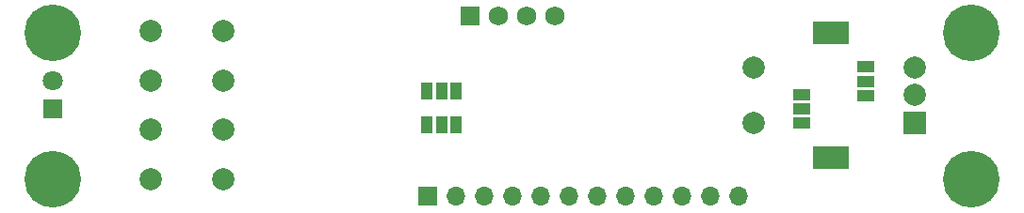
<source format=gbs>
G04 #@! TF.GenerationSoftware,KiCad,Pcbnew,(5.1.8)-1*
G04 #@! TF.CreationDate,2022-07-09T03:05:26+02:00*
G04 #@! TF.ProjectId,BulkyMIDI-32 Module Panel,42756c6b-794d-4494-9449-2d3332204d6f,rev?*
G04 #@! TF.SameCoordinates,Original*
G04 #@! TF.FileFunction,Soldermask,Bot*
G04 #@! TF.FilePolarity,Negative*
%FSLAX46Y46*%
G04 Gerber Fmt 4.6, Leading zero omitted, Abs format (unit mm)*
G04 Created by KiCad (PCBNEW (5.1.8)-1) date 2022-07-09 03:05:26*
%MOMM*%
%LPD*%
G01*
G04 APERTURE LIST*
%ADD10C,2.000000*%
%ADD11C,5.100000*%
%ADD12R,3.200000X2.000000*%
%ADD13R,2.000000X2.000000*%
%ADD14R,1.500000X1.000000*%
%ADD15C,1.727200*%
%ADD16R,1.727200X1.727200*%
%ADD17R,1.700000X1.700000*%
%ADD18O,1.700000X1.700000*%
%ADD19R,1.800000X1.800000*%
%ADD20C,1.800000*%
%ADD21R,1.000000X1.500000*%
G04 APERTURE END LIST*
D10*
X115130000Y-115773000D03*
X115130000Y-120273000D03*
X108630000Y-115773000D03*
X108630000Y-120273000D03*
X108630000Y-129163000D03*
X108630000Y-124663000D03*
X115130000Y-129163000D03*
X115130000Y-124663000D03*
D11*
X99815000Y-129199000D03*
X182365000Y-129199000D03*
X182365000Y-115949000D03*
X99815000Y-115949000D03*
D10*
X162785000Y-119079000D03*
X162785000Y-124079000D03*
D12*
X169785000Y-115979000D03*
X169785000Y-127179000D03*
D10*
X177285000Y-119079000D03*
X177285000Y-121579000D03*
D13*
X177285000Y-124079000D03*
D14*
X172840000Y-121639000D03*
X172840000Y-120339000D03*
X172840000Y-119039000D03*
X167125000Y-124119000D03*
X167125000Y-122819000D03*
X167125000Y-121519000D03*
D15*
X144900000Y-114467000D03*
X142360000Y-114467000D03*
X139820000Y-114467000D03*
D16*
X137280000Y-114467000D03*
D17*
X133470000Y-130723000D03*
D18*
X136010000Y-130723000D03*
X138550000Y-130723000D03*
X141090000Y-130723000D03*
X143630000Y-130723000D03*
X146170000Y-130723000D03*
X148710000Y-130723000D03*
X151250000Y-130723000D03*
X153790000Y-130723000D03*
X156330000Y-130723000D03*
X158870000Y-130723000D03*
X161410000Y-130723000D03*
D19*
X99815000Y-122849000D03*
D20*
X99815000Y-120309000D03*
D21*
X133440000Y-124246000D03*
X134740000Y-124246000D03*
X136040000Y-124246000D03*
X133440000Y-121198000D03*
X134740000Y-121198000D03*
X136040000Y-121198000D03*
M02*

</source>
